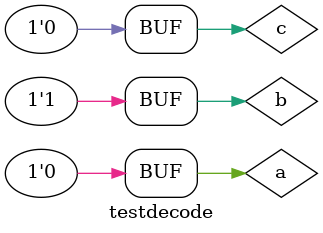
<source format=v>
`timescale 1ns / 1ps


module testdecode;

	// Inputs
	reg a;
	reg b;
	reg c;

	// Outputs
	wire d0;
	wire d1;
	wire d2;
	wire d3;
	wire d4;
	wire d5;
	wire d6;
	wire d7;

	// Instantiate the Unit Under Test (UUT)
	decoders uut (
		.a(a), 
		.b(b), 
		.c(c), 
		.d0(d0), 
		.d1(d1), 
		.d2(d2), 
		.d3(d3), 
		.d4(d4), 
		.d5(d5), 
		.d6(d6), 
		.d7(d7)
	);

	initial begin
		// Initialize Inputs
		a = 0;
		b = 1;
		c = 0;

		// Wait 100 ns for global reset to finish
		#100;
        
		// Add stimulus here

	end
      
endmodule


</source>
